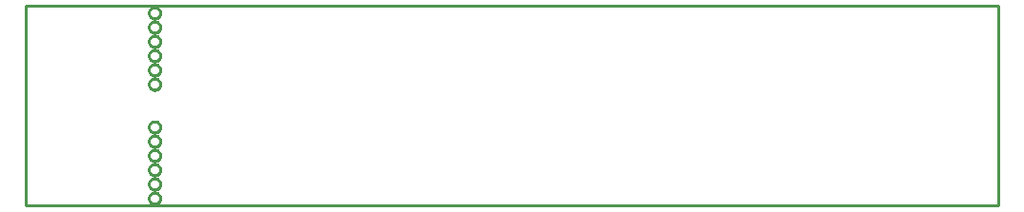
<source format=gbr>
G04 EAGLE Gerber RS-274X export*
G75*
%MOMM*%
%FSLAX34Y34*%
%LPD*%
%IN*%
%IPPOS*%
%AMOC8*
5,1,8,0,0,1.08239X$1,22.5*%
G01*
%ADD10C,0.254000*%


D10*
X0Y0D02*
X863600Y0D01*
X863600Y177800D01*
X0Y177800D01*
X0Y0D01*
X119300Y145769D02*
X119237Y145211D01*
X119112Y144664D01*
X118927Y144134D01*
X118683Y143628D01*
X118384Y143152D01*
X118034Y142713D01*
X117637Y142316D01*
X117198Y141966D01*
X116722Y141667D01*
X116216Y141423D01*
X115686Y141238D01*
X115139Y141113D01*
X114581Y141050D01*
X114019Y141050D01*
X113461Y141113D01*
X112914Y141238D01*
X112384Y141423D01*
X111878Y141667D01*
X111402Y141966D01*
X110963Y142316D01*
X110566Y142713D01*
X110216Y143152D01*
X109917Y143628D01*
X109673Y144134D01*
X109488Y144664D01*
X109363Y145211D01*
X109300Y145769D01*
X109300Y146331D01*
X109363Y146889D01*
X109488Y147436D01*
X109673Y147966D01*
X109917Y148472D01*
X110216Y148948D01*
X110566Y149387D01*
X110963Y149784D01*
X111402Y150134D01*
X111878Y150433D01*
X112384Y150677D01*
X112914Y150862D01*
X113461Y150987D01*
X114019Y151050D01*
X114581Y151050D01*
X115139Y150987D01*
X115686Y150862D01*
X116216Y150677D01*
X116722Y150433D01*
X117198Y150134D01*
X117637Y149784D01*
X118034Y149387D01*
X118384Y148948D01*
X118683Y148472D01*
X118927Y147966D01*
X119112Y147436D01*
X119237Y146889D01*
X119300Y146331D01*
X119300Y145769D01*
X119300Y133069D02*
X119237Y132511D01*
X119112Y131964D01*
X118927Y131434D01*
X118683Y130928D01*
X118384Y130452D01*
X118034Y130013D01*
X117637Y129616D01*
X117198Y129266D01*
X116722Y128967D01*
X116216Y128723D01*
X115686Y128538D01*
X115139Y128413D01*
X114581Y128350D01*
X114019Y128350D01*
X113461Y128413D01*
X112914Y128538D01*
X112384Y128723D01*
X111878Y128967D01*
X111402Y129266D01*
X110963Y129616D01*
X110566Y130013D01*
X110216Y130452D01*
X109917Y130928D01*
X109673Y131434D01*
X109488Y131964D01*
X109363Y132511D01*
X109300Y133069D01*
X109300Y133631D01*
X109363Y134189D01*
X109488Y134736D01*
X109673Y135266D01*
X109917Y135772D01*
X110216Y136248D01*
X110566Y136687D01*
X110963Y137084D01*
X111402Y137434D01*
X111878Y137733D01*
X112384Y137977D01*
X112914Y138162D01*
X113461Y138287D01*
X114019Y138350D01*
X114581Y138350D01*
X115139Y138287D01*
X115686Y138162D01*
X116216Y137977D01*
X116722Y137733D01*
X117198Y137434D01*
X117637Y137084D01*
X118034Y136687D01*
X118384Y136248D01*
X118683Y135772D01*
X118927Y135266D01*
X119112Y134736D01*
X119237Y134189D01*
X119300Y133631D01*
X119300Y133069D01*
X119300Y171169D02*
X119237Y170611D01*
X119112Y170064D01*
X118927Y169534D01*
X118683Y169028D01*
X118384Y168552D01*
X118034Y168113D01*
X117637Y167716D01*
X117198Y167366D01*
X116722Y167067D01*
X116216Y166823D01*
X115686Y166638D01*
X115139Y166513D01*
X114581Y166450D01*
X114019Y166450D01*
X113461Y166513D01*
X112914Y166638D01*
X112384Y166823D01*
X111878Y167067D01*
X111402Y167366D01*
X110963Y167716D01*
X110566Y168113D01*
X110216Y168552D01*
X109917Y169028D01*
X109673Y169534D01*
X109488Y170064D01*
X109363Y170611D01*
X109300Y171169D01*
X109300Y171731D01*
X109363Y172289D01*
X109488Y172836D01*
X109673Y173366D01*
X109917Y173872D01*
X110216Y174348D01*
X110566Y174787D01*
X110963Y175184D01*
X111402Y175534D01*
X111878Y175833D01*
X112384Y176077D01*
X112914Y176262D01*
X113461Y176387D01*
X114019Y176450D01*
X114581Y176450D01*
X115139Y176387D01*
X115686Y176262D01*
X116216Y176077D01*
X116722Y175833D01*
X117198Y175534D01*
X117637Y175184D01*
X118034Y174787D01*
X118384Y174348D01*
X118683Y173872D01*
X118927Y173366D01*
X119112Y172836D01*
X119237Y172289D01*
X119300Y171731D01*
X119300Y171169D01*
X119300Y158469D02*
X119237Y157911D01*
X119112Y157364D01*
X118927Y156834D01*
X118683Y156328D01*
X118384Y155852D01*
X118034Y155413D01*
X117637Y155016D01*
X117198Y154666D01*
X116722Y154367D01*
X116216Y154123D01*
X115686Y153938D01*
X115139Y153813D01*
X114581Y153750D01*
X114019Y153750D01*
X113461Y153813D01*
X112914Y153938D01*
X112384Y154123D01*
X111878Y154367D01*
X111402Y154666D01*
X110963Y155016D01*
X110566Y155413D01*
X110216Y155852D01*
X109917Y156328D01*
X109673Y156834D01*
X109488Y157364D01*
X109363Y157911D01*
X109300Y158469D01*
X109300Y159031D01*
X109363Y159589D01*
X109488Y160136D01*
X109673Y160666D01*
X109917Y161172D01*
X110216Y161648D01*
X110566Y162087D01*
X110963Y162484D01*
X111402Y162834D01*
X111878Y163133D01*
X112384Y163377D01*
X112914Y163562D01*
X113461Y163687D01*
X114019Y163750D01*
X114581Y163750D01*
X115139Y163687D01*
X115686Y163562D01*
X116216Y163377D01*
X116722Y163133D01*
X117198Y162834D01*
X117637Y162484D01*
X118034Y162087D01*
X118384Y161648D01*
X118683Y161172D01*
X118927Y160666D01*
X119112Y160136D01*
X119237Y159589D01*
X119300Y159031D01*
X119300Y158469D01*
X119300Y18769D02*
X119237Y18211D01*
X119112Y17664D01*
X118927Y17134D01*
X118683Y16628D01*
X118384Y16152D01*
X118034Y15713D01*
X117637Y15316D01*
X117198Y14966D01*
X116722Y14667D01*
X116216Y14423D01*
X115686Y14238D01*
X115139Y14113D01*
X114581Y14050D01*
X114019Y14050D01*
X113461Y14113D01*
X112914Y14238D01*
X112384Y14423D01*
X111878Y14667D01*
X111402Y14966D01*
X110963Y15316D01*
X110566Y15713D01*
X110216Y16152D01*
X109917Y16628D01*
X109673Y17134D01*
X109488Y17664D01*
X109363Y18211D01*
X109300Y18769D01*
X109300Y19331D01*
X109363Y19889D01*
X109488Y20436D01*
X109673Y20966D01*
X109917Y21472D01*
X110216Y21948D01*
X110566Y22387D01*
X110963Y22784D01*
X111402Y23134D01*
X111878Y23433D01*
X112384Y23677D01*
X112914Y23862D01*
X113461Y23987D01*
X114019Y24050D01*
X114581Y24050D01*
X115139Y23987D01*
X115686Y23862D01*
X116216Y23677D01*
X116722Y23433D01*
X117198Y23134D01*
X117637Y22784D01*
X118034Y22387D01*
X118384Y21948D01*
X118683Y21472D01*
X118927Y20966D01*
X119112Y20436D01*
X119237Y19889D01*
X119300Y19331D01*
X119300Y18769D01*
X119300Y6069D02*
X119237Y5511D01*
X119112Y4964D01*
X118927Y4434D01*
X118683Y3928D01*
X118384Y3452D01*
X118034Y3013D01*
X117637Y2616D01*
X117198Y2266D01*
X116722Y1967D01*
X116216Y1723D01*
X115686Y1538D01*
X115139Y1413D01*
X114581Y1350D01*
X114019Y1350D01*
X113461Y1413D01*
X112914Y1538D01*
X112384Y1723D01*
X111878Y1967D01*
X111402Y2266D01*
X110963Y2616D01*
X110566Y3013D01*
X110216Y3452D01*
X109917Y3928D01*
X109673Y4434D01*
X109488Y4964D01*
X109363Y5511D01*
X109300Y6069D01*
X109300Y6631D01*
X109363Y7189D01*
X109488Y7736D01*
X109673Y8266D01*
X109917Y8772D01*
X110216Y9248D01*
X110566Y9687D01*
X110963Y10084D01*
X111402Y10434D01*
X111878Y10733D01*
X112384Y10977D01*
X112914Y11162D01*
X113461Y11287D01*
X114019Y11350D01*
X114581Y11350D01*
X115139Y11287D01*
X115686Y11162D01*
X116216Y10977D01*
X116722Y10733D01*
X117198Y10434D01*
X117637Y10084D01*
X118034Y9687D01*
X118384Y9248D01*
X118683Y8772D01*
X118927Y8266D01*
X119112Y7736D01*
X119237Y7189D01*
X119300Y6631D01*
X119300Y6069D01*
X119300Y31469D02*
X119237Y30911D01*
X119112Y30364D01*
X118927Y29834D01*
X118683Y29328D01*
X118384Y28852D01*
X118034Y28413D01*
X117637Y28016D01*
X117198Y27666D01*
X116722Y27367D01*
X116216Y27123D01*
X115686Y26938D01*
X115139Y26813D01*
X114581Y26750D01*
X114019Y26750D01*
X113461Y26813D01*
X112914Y26938D01*
X112384Y27123D01*
X111878Y27367D01*
X111402Y27666D01*
X110963Y28016D01*
X110566Y28413D01*
X110216Y28852D01*
X109917Y29328D01*
X109673Y29834D01*
X109488Y30364D01*
X109363Y30911D01*
X109300Y31469D01*
X109300Y32031D01*
X109363Y32589D01*
X109488Y33136D01*
X109673Y33666D01*
X109917Y34172D01*
X110216Y34648D01*
X110566Y35087D01*
X110963Y35484D01*
X111402Y35834D01*
X111878Y36133D01*
X112384Y36377D01*
X112914Y36562D01*
X113461Y36687D01*
X114019Y36750D01*
X114581Y36750D01*
X115139Y36687D01*
X115686Y36562D01*
X116216Y36377D01*
X116722Y36133D01*
X117198Y35834D01*
X117637Y35484D01*
X118034Y35087D01*
X118384Y34648D01*
X118683Y34172D01*
X118927Y33666D01*
X119112Y33136D01*
X119237Y32589D01*
X119300Y32031D01*
X119300Y31469D01*
X119300Y44169D02*
X119237Y43611D01*
X119112Y43064D01*
X118927Y42534D01*
X118683Y42028D01*
X118384Y41552D01*
X118034Y41113D01*
X117637Y40716D01*
X117198Y40366D01*
X116722Y40067D01*
X116216Y39823D01*
X115686Y39638D01*
X115139Y39513D01*
X114581Y39450D01*
X114019Y39450D01*
X113461Y39513D01*
X112914Y39638D01*
X112384Y39823D01*
X111878Y40067D01*
X111402Y40366D01*
X110963Y40716D01*
X110566Y41113D01*
X110216Y41552D01*
X109917Y42028D01*
X109673Y42534D01*
X109488Y43064D01*
X109363Y43611D01*
X109300Y44169D01*
X109300Y44731D01*
X109363Y45289D01*
X109488Y45836D01*
X109673Y46366D01*
X109917Y46872D01*
X110216Y47348D01*
X110566Y47787D01*
X110963Y48184D01*
X111402Y48534D01*
X111878Y48833D01*
X112384Y49077D01*
X112914Y49262D01*
X113461Y49387D01*
X114019Y49450D01*
X114581Y49450D01*
X115139Y49387D01*
X115686Y49262D01*
X116216Y49077D01*
X116722Y48833D01*
X117198Y48534D01*
X117637Y48184D01*
X118034Y47787D01*
X118384Y47348D01*
X118683Y46872D01*
X118927Y46366D01*
X119112Y45836D01*
X119237Y45289D01*
X119300Y44731D01*
X119300Y44169D01*
X119300Y56869D02*
X119237Y56311D01*
X119112Y55764D01*
X118927Y55234D01*
X118683Y54728D01*
X118384Y54252D01*
X118034Y53813D01*
X117637Y53416D01*
X117198Y53066D01*
X116722Y52767D01*
X116216Y52523D01*
X115686Y52338D01*
X115139Y52213D01*
X114581Y52150D01*
X114019Y52150D01*
X113461Y52213D01*
X112914Y52338D01*
X112384Y52523D01*
X111878Y52767D01*
X111402Y53066D01*
X110963Y53416D01*
X110566Y53813D01*
X110216Y54252D01*
X109917Y54728D01*
X109673Y55234D01*
X109488Y55764D01*
X109363Y56311D01*
X109300Y56869D01*
X109300Y57431D01*
X109363Y57989D01*
X109488Y58536D01*
X109673Y59066D01*
X109917Y59572D01*
X110216Y60048D01*
X110566Y60487D01*
X110963Y60884D01*
X111402Y61234D01*
X111878Y61533D01*
X112384Y61777D01*
X112914Y61962D01*
X113461Y62087D01*
X114019Y62150D01*
X114581Y62150D01*
X115139Y62087D01*
X115686Y61962D01*
X116216Y61777D01*
X116722Y61533D01*
X117198Y61234D01*
X117637Y60884D01*
X118034Y60487D01*
X118384Y60048D01*
X118683Y59572D01*
X118927Y59066D01*
X119112Y58536D01*
X119237Y57989D01*
X119300Y57431D01*
X119300Y56869D01*
X119300Y69569D02*
X119237Y69011D01*
X119112Y68464D01*
X118927Y67934D01*
X118683Y67428D01*
X118384Y66952D01*
X118034Y66513D01*
X117637Y66116D01*
X117198Y65766D01*
X116722Y65467D01*
X116216Y65223D01*
X115686Y65038D01*
X115139Y64913D01*
X114581Y64850D01*
X114019Y64850D01*
X113461Y64913D01*
X112914Y65038D01*
X112384Y65223D01*
X111878Y65467D01*
X111402Y65766D01*
X110963Y66116D01*
X110566Y66513D01*
X110216Y66952D01*
X109917Y67428D01*
X109673Y67934D01*
X109488Y68464D01*
X109363Y69011D01*
X109300Y69569D01*
X109300Y70131D01*
X109363Y70689D01*
X109488Y71236D01*
X109673Y71766D01*
X109917Y72272D01*
X110216Y72748D01*
X110566Y73187D01*
X110963Y73584D01*
X111402Y73934D01*
X111878Y74233D01*
X112384Y74477D01*
X112914Y74662D01*
X113461Y74787D01*
X114019Y74850D01*
X114581Y74850D01*
X115139Y74787D01*
X115686Y74662D01*
X116216Y74477D01*
X116722Y74233D01*
X117198Y73934D01*
X117637Y73584D01*
X118034Y73187D01*
X118384Y72748D01*
X118683Y72272D01*
X118927Y71766D01*
X119112Y71236D01*
X119237Y70689D01*
X119300Y70131D01*
X119300Y69569D01*
X119300Y120369D02*
X119237Y119811D01*
X119112Y119264D01*
X118927Y118734D01*
X118683Y118228D01*
X118384Y117752D01*
X118034Y117313D01*
X117637Y116916D01*
X117198Y116566D01*
X116722Y116267D01*
X116216Y116023D01*
X115686Y115838D01*
X115139Y115713D01*
X114581Y115650D01*
X114019Y115650D01*
X113461Y115713D01*
X112914Y115838D01*
X112384Y116023D01*
X111878Y116267D01*
X111402Y116566D01*
X110963Y116916D01*
X110566Y117313D01*
X110216Y117752D01*
X109917Y118228D01*
X109673Y118734D01*
X109488Y119264D01*
X109363Y119811D01*
X109300Y120369D01*
X109300Y120931D01*
X109363Y121489D01*
X109488Y122036D01*
X109673Y122566D01*
X109917Y123072D01*
X110216Y123548D01*
X110566Y123987D01*
X110963Y124384D01*
X111402Y124734D01*
X111878Y125033D01*
X112384Y125277D01*
X112914Y125462D01*
X113461Y125587D01*
X114019Y125650D01*
X114581Y125650D01*
X115139Y125587D01*
X115686Y125462D01*
X116216Y125277D01*
X116722Y125033D01*
X117198Y124734D01*
X117637Y124384D01*
X118034Y123987D01*
X118384Y123548D01*
X118683Y123072D01*
X118927Y122566D01*
X119112Y122036D01*
X119237Y121489D01*
X119300Y120931D01*
X119300Y120369D01*
X119300Y107669D02*
X119237Y107111D01*
X119112Y106564D01*
X118927Y106034D01*
X118683Y105528D01*
X118384Y105052D01*
X118034Y104613D01*
X117637Y104216D01*
X117198Y103866D01*
X116722Y103567D01*
X116216Y103323D01*
X115686Y103138D01*
X115139Y103013D01*
X114581Y102950D01*
X114019Y102950D01*
X113461Y103013D01*
X112914Y103138D01*
X112384Y103323D01*
X111878Y103567D01*
X111402Y103866D01*
X110963Y104216D01*
X110566Y104613D01*
X110216Y105052D01*
X109917Y105528D01*
X109673Y106034D01*
X109488Y106564D01*
X109363Y107111D01*
X109300Y107669D01*
X109300Y108231D01*
X109363Y108789D01*
X109488Y109336D01*
X109673Y109866D01*
X109917Y110372D01*
X110216Y110848D01*
X110566Y111287D01*
X110963Y111684D01*
X111402Y112034D01*
X111878Y112333D01*
X112384Y112577D01*
X112914Y112762D01*
X113461Y112887D01*
X114019Y112950D01*
X114581Y112950D01*
X115139Y112887D01*
X115686Y112762D01*
X116216Y112577D01*
X116722Y112333D01*
X117198Y112034D01*
X117637Y111684D01*
X118034Y111287D01*
X118384Y110848D01*
X118683Y110372D01*
X118927Y109866D01*
X119112Y109336D01*
X119237Y108789D01*
X119300Y108231D01*
X119300Y107669D01*
M02*

</source>
